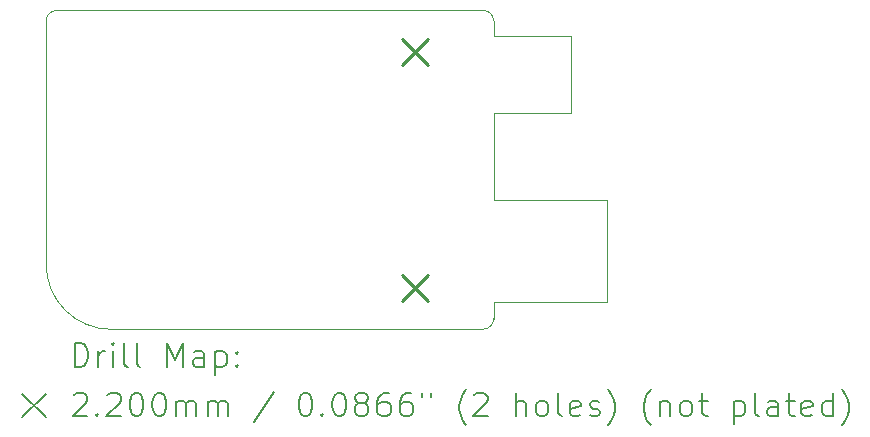
<source format=gbr>
%TF.GenerationSoftware,KiCad,Pcbnew,7.0.2*%
%TF.CreationDate,2024-01-20T07:38:44+00:00*%
%TF.ProjectId,game-boy-zero-link-board,67616d65-2d62-46f7-992d-7a65726f2d6c,rev?*%
%TF.SameCoordinates,Original*%
%TF.FileFunction,Drillmap*%
%TF.FilePolarity,Positive*%
%FSLAX45Y45*%
G04 Gerber Fmt 4.5, Leading zero omitted, Abs format (unit mm)*
G04 Created by KiCad (PCBNEW 7.0.2) date 2024-01-20 07:38:44*
%MOMM*%
%LPD*%
G01*
G04 APERTURE LIST*
%ADD10C,0.100000*%
%ADD11C,0.200000*%
%ADD12C,0.220000*%
G04 APERTURE END LIST*
D10*
X6831000Y-10388500D02*
G75*
G03*
X7381000Y-10938500I550000J0D01*
G01*
X11271000Y-9103500D02*
X11271000Y-8453500D01*
X10620500Y-8328500D02*
G75*
G03*
X10530500Y-8238500I-90000J0D01*
G01*
X11576000Y-9843500D02*
X10621000Y-9843500D01*
X11576000Y-10703500D02*
X11576000Y-9843500D01*
X10620500Y-8453500D02*
X11271000Y-8453500D01*
X7381000Y-10938500D02*
X10530500Y-10938500D01*
X10530500Y-10938500D02*
G75*
G03*
X10620500Y-10848500I0J90000D01*
G01*
X10620500Y-8328500D02*
X10620500Y-8453500D01*
X6921000Y-8238500D02*
G75*
G03*
X6831000Y-8328500I0J-90000D01*
G01*
X10621000Y-9103500D02*
X10621000Y-9843500D01*
X10620500Y-10703500D02*
X10620500Y-10848500D01*
X10620500Y-10703500D02*
X11575500Y-10703500D01*
X6831000Y-8328500D02*
X6831000Y-10388500D01*
X10621000Y-9103500D02*
X11271000Y-9103500D01*
X10530500Y-8238500D02*
X6921000Y-8238500D01*
D11*
D12*
X9845000Y-8478500D02*
X10065000Y-8698500D01*
X10065000Y-8478500D02*
X9845000Y-8698500D01*
X9845000Y-10478500D02*
X10065000Y-10698500D01*
X10065000Y-10478500D02*
X9845000Y-10698500D01*
D11*
X7073619Y-11256024D02*
X7073619Y-11056024D01*
X7073619Y-11056024D02*
X7121238Y-11056024D01*
X7121238Y-11056024D02*
X7149809Y-11065548D01*
X7149809Y-11065548D02*
X7168857Y-11084595D01*
X7168857Y-11084595D02*
X7178381Y-11103643D01*
X7178381Y-11103643D02*
X7187904Y-11141738D01*
X7187904Y-11141738D02*
X7187904Y-11170310D01*
X7187904Y-11170310D02*
X7178381Y-11208405D01*
X7178381Y-11208405D02*
X7168857Y-11227452D01*
X7168857Y-11227452D02*
X7149809Y-11246500D01*
X7149809Y-11246500D02*
X7121238Y-11256024D01*
X7121238Y-11256024D02*
X7073619Y-11256024D01*
X7273619Y-11256024D02*
X7273619Y-11122691D01*
X7273619Y-11160786D02*
X7283143Y-11141738D01*
X7283143Y-11141738D02*
X7292666Y-11132214D01*
X7292666Y-11132214D02*
X7311714Y-11122691D01*
X7311714Y-11122691D02*
X7330762Y-11122691D01*
X7397428Y-11256024D02*
X7397428Y-11122691D01*
X7397428Y-11056024D02*
X7387904Y-11065548D01*
X7387904Y-11065548D02*
X7397428Y-11075072D01*
X7397428Y-11075072D02*
X7406952Y-11065548D01*
X7406952Y-11065548D02*
X7397428Y-11056024D01*
X7397428Y-11056024D02*
X7397428Y-11075072D01*
X7521238Y-11256024D02*
X7502190Y-11246500D01*
X7502190Y-11246500D02*
X7492666Y-11227452D01*
X7492666Y-11227452D02*
X7492666Y-11056024D01*
X7626000Y-11256024D02*
X7606952Y-11246500D01*
X7606952Y-11246500D02*
X7597428Y-11227452D01*
X7597428Y-11227452D02*
X7597428Y-11056024D01*
X7854571Y-11256024D02*
X7854571Y-11056024D01*
X7854571Y-11056024D02*
X7921238Y-11198881D01*
X7921238Y-11198881D02*
X7987904Y-11056024D01*
X7987904Y-11056024D02*
X7987904Y-11256024D01*
X8168857Y-11256024D02*
X8168857Y-11151262D01*
X8168857Y-11151262D02*
X8159333Y-11132214D01*
X8159333Y-11132214D02*
X8140285Y-11122691D01*
X8140285Y-11122691D02*
X8102190Y-11122691D01*
X8102190Y-11122691D02*
X8083143Y-11132214D01*
X8168857Y-11246500D02*
X8149809Y-11256024D01*
X8149809Y-11256024D02*
X8102190Y-11256024D01*
X8102190Y-11256024D02*
X8083143Y-11246500D01*
X8083143Y-11246500D02*
X8073619Y-11227452D01*
X8073619Y-11227452D02*
X8073619Y-11208405D01*
X8073619Y-11208405D02*
X8083143Y-11189357D01*
X8083143Y-11189357D02*
X8102190Y-11179834D01*
X8102190Y-11179834D02*
X8149809Y-11179834D01*
X8149809Y-11179834D02*
X8168857Y-11170310D01*
X8264095Y-11122691D02*
X8264095Y-11322691D01*
X8264095Y-11132214D02*
X8283143Y-11122691D01*
X8283143Y-11122691D02*
X8321238Y-11122691D01*
X8321238Y-11122691D02*
X8340285Y-11132214D01*
X8340285Y-11132214D02*
X8349809Y-11141738D01*
X8349809Y-11141738D02*
X8359333Y-11160786D01*
X8359333Y-11160786D02*
X8359333Y-11217929D01*
X8359333Y-11217929D02*
X8349809Y-11236976D01*
X8349809Y-11236976D02*
X8340285Y-11246500D01*
X8340285Y-11246500D02*
X8321238Y-11256024D01*
X8321238Y-11256024D02*
X8283143Y-11256024D01*
X8283143Y-11256024D02*
X8264095Y-11246500D01*
X8445047Y-11236976D02*
X8454571Y-11246500D01*
X8454571Y-11246500D02*
X8445047Y-11256024D01*
X8445047Y-11256024D02*
X8435524Y-11246500D01*
X8435524Y-11246500D02*
X8445047Y-11236976D01*
X8445047Y-11236976D02*
X8445047Y-11256024D01*
X8445047Y-11132214D02*
X8454571Y-11141738D01*
X8454571Y-11141738D02*
X8445047Y-11151262D01*
X8445047Y-11151262D02*
X8435524Y-11141738D01*
X8435524Y-11141738D02*
X8445047Y-11132214D01*
X8445047Y-11132214D02*
X8445047Y-11151262D01*
X6626000Y-11483500D02*
X6826000Y-11683500D01*
X6826000Y-11483500D02*
X6626000Y-11683500D01*
X7064095Y-11495072D02*
X7073619Y-11485548D01*
X7073619Y-11485548D02*
X7092666Y-11476024D01*
X7092666Y-11476024D02*
X7140285Y-11476024D01*
X7140285Y-11476024D02*
X7159333Y-11485548D01*
X7159333Y-11485548D02*
X7168857Y-11495072D01*
X7168857Y-11495072D02*
X7178381Y-11514119D01*
X7178381Y-11514119D02*
X7178381Y-11533167D01*
X7178381Y-11533167D02*
X7168857Y-11561738D01*
X7168857Y-11561738D02*
X7054571Y-11676024D01*
X7054571Y-11676024D02*
X7178381Y-11676024D01*
X7264095Y-11656976D02*
X7273619Y-11666500D01*
X7273619Y-11666500D02*
X7264095Y-11676024D01*
X7264095Y-11676024D02*
X7254571Y-11666500D01*
X7254571Y-11666500D02*
X7264095Y-11656976D01*
X7264095Y-11656976D02*
X7264095Y-11676024D01*
X7349809Y-11495072D02*
X7359333Y-11485548D01*
X7359333Y-11485548D02*
X7378381Y-11476024D01*
X7378381Y-11476024D02*
X7426000Y-11476024D01*
X7426000Y-11476024D02*
X7445047Y-11485548D01*
X7445047Y-11485548D02*
X7454571Y-11495072D01*
X7454571Y-11495072D02*
X7464095Y-11514119D01*
X7464095Y-11514119D02*
X7464095Y-11533167D01*
X7464095Y-11533167D02*
X7454571Y-11561738D01*
X7454571Y-11561738D02*
X7340285Y-11676024D01*
X7340285Y-11676024D02*
X7464095Y-11676024D01*
X7587904Y-11476024D02*
X7606952Y-11476024D01*
X7606952Y-11476024D02*
X7626000Y-11485548D01*
X7626000Y-11485548D02*
X7635524Y-11495072D01*
X7635524Y-11495072D02*
X7645047Y-11514119D01*
X7645047Y-11514119D02*
X7654571Y-11552214D01*
X7654571Y-11552214D02*
X7654571Y-11599833D01*
X7654571Y-11599833D02*
X7645047Y-11637929D01*
X7645047Y-11637929D02*
X7635524Y-11656976D01*
X7635524Y-11656976D02*
X7626000Y-11666500D01*
X7626000Y-11666500D02*
X7606952Y-11676024D01*
X7606952Y-11676024D02*
X7587904Y-11676024D01*
X7587904Y-11676024D02*
X7568857Y-11666500D01*
X7568857Y-11666500D02*
X7559333Y-11656976D01*
X7559333Y-11656976D02*
X7549809Y-11637929D01*
X7549809Y-11637929D02*
X7540285Y-11599833D01*
X7540285Y-11599833D02*
X7540285Y-11552214D01*
X7540285Y-11552214D02*
X7549809Y-11514119D01*
X7549809Y-11514119D02*
X7559333Y-11495072D01*
X7559333Y-11495072D02*
X7568857Y-11485548D01*
X7568857Y-11485548D02*
X7587904Y-11476024D01*
X7778381Y-11476024D02*
X7797428Y-11476024D01*
X7797428Y-11476024D02*
X7816476Y-11485548D01*
X7816476Y-11485548D02*
X7826000Y-11495072D01*
X7826000Y-11495072D02*
X7835524Y-11514119D01*
X7835524Y-11514119D02*
X7845047Y-11552214D01*
X7845047Y-11552214D02*
X7845047Y-11599833D01*
X7845047Y-11599833D02*
X7835524Y-11637929D01*
X7835524Y-11637929D02*
X7826000Y-11656976D01*
X7826000Y-11656976D02*
X7816476Y-11666500D01*
X7816476Y-11666500D02*
X7797428Y-11676024D01*
X7797428Y-11676024D02*
X7778381Y-11676024D01*
X7778381Y-11676024D02*
X7759333Y-11666500D01*
X7759333Y-11666500D02*
X7749809Y-11656976D01*
X7749809Y-11656976D02*
X7740285Y-11637929D01*
X7740285Y-11637929D02*
X7730762Y-11599833D01*
X7730762Y-11599833D02*
X7730762Y-11552214D01*
X7730762Y-11552214D02*
X7740285Y-11514119D01*
X7740285Y-11514119D02*
X7749809Y-11495072D01*
X7749809Y-11495072D02*
X7759333Y-11485548D01*
X7759333Y-11485548D02*
X7778381Y-11476024D01*
X7930762Y-11676024D02*
X7930762Y-11542691D01*
X7930762Y-11561738D02*
X7940285Y-11552214D01*
X7940285Y-11552214D02*
X7959333Y-11542691D01*
X7959333Y-11542691D02*
X7987905Y-11542691D01*
X7987905Y-11542691D02*
X8006952Y-11552214D01*
X8006952Y-11552214D02*
X8016476Y-11571262D01*
X8016476Y-11571262D02*
X8016476Y-11676024D01*
X8016476Y-11571262D02*
X8026000Y-11552214D01*
X8026000Y-11552214D02*
X8045047Y-11542691D01*
X8045047Y-11542691D02*
X8073619Y-11542691D01*
X8073619Y-11542691D02*
X8092666Y-11552214D01*
X8092666Y-11552214D02*
X8102190Y-11571262D01*
X8102190Y-11571262D02*
X8102190Y-11676024D01*
X8197428Y-11676024D02*
X8197428Y-11542691D01*
X8197428Y-11561738D02*
X8206952Y-11552214D01*
X8206952Y-11552214D02*
X8226000Y-11542691D01*
X8226000Y-11542691D02*
X8254571Y-11542691D01*
X8254571Y-11542691D02*
X8273619Y-11552214D01*
X8273619Y-11552214D02*
X8283143Y-11571262D01*
X8283143Y-11571262D02*
X8283143Y-11676024D01*
X8283143Y-11571262D02*
X8292666Y-11552214D01*
X8292666Y-11552214D02*
X8311714Y-11542691D01*
X8311714Y-11542691D02*
X8340285Y-11542691D01*
X8340285Y-11542691D02*
X8359333Y-11552214D01*
X8359333Y-11552214D02*
X8368857Y-11571262D01*
X8368857Y-11571262D02*
X8368857Y-11676024D01*
X8759333Y-11466500D02*
X8587905Y-11723643D01*
X9016476Y-11476024D02*
X9035524Y-11476024D01*
X9035524Y-11476024D02*
X9054571Y-11485548D01*
X9054571Y-11485548D02*
X9064095Y-11495072D01*
X9064095Y-11495072D02*
X9073619Y-11514119D01*
X9073619Y-11514119D02*
X9083143Y-11552214D01*
X9083143Y-11552214D02*
X9083143Y-11599833D01*
X9083143Y-11599833D02*
X9073619Y-11637929D01*
X9073619Y-11637929D02*
X9064095Y-11656976D01*
X9064095Y-11656976D02*
X9054571Y-11666500D01*
X9054571Y-11666500D02*
X9035524Y-11676024D01*
X9035524Y-11676024D02*
X9016476Y-11676024D01*
X9016476Y-11676024D02*
X8997429Y-11666500D01*
X8997429Y-11666500D02*
X8987905Y-11656976D01*
X8987905Y-11656976D02*
X8978381Y-11637929D01*
X8978381Y-11637929D02*
X8968857Y-11599833D01*
X8968857Y-11599833D02*
X8968857Y-11552214D01*
X8968857Y-11552214D02*
X8978381Y-11514119D01*
X8978381Y-11514119D02*
X8987905Y-11495072D01*
X8987905Y-11495072D02*
X8997429Y-11485548D01*
X8997429Y-11485548D02*
X9016476Y-11476024D01*
X9168857Y-11656976D02*
X9178381Y-11666500D01*
X9178381Y-11666500D02*
X9168857Y-11676024D01*
X9168857Y-11676024D02*
X9159333Y-11666500D01*
X9159333Y-11666500D02*
X9168857Y-11656976D01*
X9168857Y-11656976D02*
X9168857Y-11676024D01*
X9302190Y-11476024D02*
X9321238Y-11476024D01*
X9321238Y-11476024D02*
X9340286Y-11485548D01*
X9340286Y-11485548D02*
X9349810Y-11495072D01*
X9349810Y-11495072D02*
X9359333Y-11514119D01*
X9359333Y-11514119D02*
X9368857Y-11552214D01*
X9368857Y-11552214D02*
X9368857Y-11599833D01*
X9368857Y-11599833D02*
X9359333Y-11637929D01*
X9359333Y-11637929D02*
X9349810Y-11656976D01*
X9349810Y-11656976D02*
X9340286Y-11666500D01*
X9340286Y-11666500D02*
X9321238Y-11676024D01*
X9321238Y-11676024D02*
X9302190Y-11676024D01*
X9302190Y-11676024D02*
X9283143Y-11666500D01*
X9283143Y-11666500D02*
X9273619Y-11656976D01*
X9273619Y-11656976D02*
X9264095Y-11637929D01*
X9264095Y-11637929D02*
X9254571Y-11599833D01*
X9254571Y-11599833D02*
X9254571Y-11552214D01*
X9254571Y-11552214D02*
X9264095Y-11514119D01*
X9264095Y-11514119D02*
X9273619Y-11495072D01*
X9273619Y-11495072D02*
X9283143Y-11485548D01*
X9283143Y-11485548D02*
X9302190Y-11476024D01*
X9483143Y-11561738D02*
X9464095Y-11552214D01*
X9464095Y-11552214D02*
X9454571Y-11542691D01*
X9454571Y-11542691D02*
X9445048Y-11523643D01*
X9445048Y-11523643D02*
X9445048Y-11514119D01*
X9445048Y-11514119D02*
X9454571Y-11495072D01*
X9454571Y-11495072D02*
X9464095Y-11485548D01*
X9464095Y-11485548D02*
X9483143Y-11476024D01*
X9483143Y-11476024D02*
X9521238Y-11476024D01*
X9521238Y-11476024D02*
X9540286Y-11485548D01*
X9540286Y-11485548D02*
X9549810Y-11495072D01*
X9549810Y-11495072D02*
X9559333Y-11514119D01*
X9559333Y-11514119D02*
X9559333Y-11523643D01*
X9559333Y-11523643D02*
X9549810Y-11542691D01*
X9549810Y-11542691D02*
X9540286Y-11552214D01*
X9540286Y-11552214D02*
X9521238Y-11561738D01*
X9521238Y-11561738D02*
X9483143Y-11561738D01*
X9483143Y-11561738D02*
X9464095Y-11571262D01*
X9464095Y-11571262D02*
X9454571Y-11580786D01*
X9454571Y-11580786D02*
X9445048Y-11599833D01*
X9445048Y-11599833D02*
X9445048Y-11637929D01*
X9445048Y-11637929D02*
X9454571Y-11656976D01*
X9454571Y-11656976D02*
X9464095Y-11666500D01*
X9464095Y-11666500D02*
X9483143Y-11676024D01*
X9483143Y-11676024D02*
X9521238Y-11676024D01*
X9521238Y-11676024D02*
X9540286Y-11666500D01*
X9540286Y-11666500D02*
X9549810Y-11656976D01*
X9549810Y-11656976D02*
X9559333Y-11637929D01*
X9559333Y-11637929D02*
X9559333Y-11599833D01*
X9559333Y-11599833D02*
X9549810Y-11580786D01*
X9549810Y-11580786D02*
X9540286Y-11571262D01*
X9540286Y-11571262D02*
X9521238Y-11561738D01*
X9730762Y-11476024D02*
X9692667Y-11476024D01*
X9692667Y-11476024D02*
X9673619Y-11485548D01*
X9673619Y-11485548D02*
X9664095Y-11495072D01*
X9664095Y-11495072D02*
X9645048Y-11523643D01*
X9645048Y-11523643D02*
X9635524Y-11561738D01*
X9635524Y-11561738D02*
X9635524Y-11637929D01*
X9635524Y-11637929D02*
X9645048Y-11656976D01*
X9645048Y-11656976D02*
X9654571Y-11666500D01*
X9654571Y-11666500D02*
X9673619Y-11676024D01*
X9673619Y-11676024D02*
X9711714Y-11676024D01*
X9711714Y-11676024D02*
X9730762Y-11666500D01*
X9730762Y-11666500D02*
X9740286Y-11656976D01*
X9740286Y-11656976D02*
X9749810Y-11637929D01*
X9749810Y-11637929D02*
X9749810Y-11590310D01*
X9749810Y-11590310D02*
X9740286Y-11571262D01*
X9740286Y-11571262D02*
X9730762Y-11561738D01*
X9730762Y-11561738D02*
X9711714Y-11552214D01*
X9711714Y-11552214D02*
X9673619Y-11552214D01*
X9673619Y-11552214D02*
X9654571Y-11561738D01*
X9654571Y-11561738D02*
X9645048Y-11571262D01*
X9645048Y-11571262D02*
X9635524Y-11590310D01*
X9921238Y-11476024D02*
X9883143Y-11476024D01*
X9883143Y-11476024D02*
X9864095Y-11485548D01*
X9864095Y-11485548D02*
X9854571Y-11495072D01*
X9854571Y-11495072D02*
X9835524Y-11523643D01*
X9835524Y-11523643D02*
X9826000Y-11561738D01*
X9826000Y-11561738D02*
X9826000Y-11637929D01*
X9826000Y-11637929D02*
X9835524Y-11656976D01*
X9835524Y-11656976D02*
X9845048Y-11666500D01*
X9845048Y-11666500D02*
X9864095Y-11676024D01*
X9864095Y-11676024D02*
X9902191Y-11676024D01*
X9902191Y-11676024D02*
X9921238Y-11666500D01*
X9921238Y-11666500D02*
X9930762Y-11656976D01*
X9930762Y-11656976D02*
X9940286Y-11637929D01*
X9940286Y-11637929D02*
X9940286Y-11590310D01*
X9940286Y-11590310D02*
X9930762Y-11571262D01*
X9930762Y-11571262D02*
X9921238Y-11561738D01*
X9921238Y-11561738D02*
X9902191Y-11552214D01*
X9902191Y-11552214D02*
X9864095Y-11552214D01*
X9864095Y-11552214D02*
X9845048Y-11561738D01*
X9845048Y-11561738D02*
X9835524Y-11571262D01*
X9835524Y-11571262D02*
X9826000Y-11590310D01*
X10016476Y-11476024D02*
X10016476Y-11514119D01*
X10092667Y-11476024D02*
X10092667Y-11514119D01*
X10387905Y-11752214D02*
X10378381Y-11742691D01*
X10378381Y-11742691D02*
X10359333Y-11714119D01*
X10359333Y-11714119D02*
X10349810Y-11695072D01*
X10349810Y-11695072D02*
X10340286Y-11666500D01*
X10340286Y-11666500D02*
X10330762Y-11618881D01*
X10330762Y-11618881D02*
X10330762Y-11580786D01*
X10330762Y-11580786D02*
X10340286Y-11533167D01*
X10340286Y-11533167D02*
X10349810Y-11504595D01*
X10349810Y-11504595D02*
X10359333Y-11485548D01*
X10359333Y-11485548D02*
X10378381Y-11456976D01*
X10378381Y-11456976D02*
X10387905Y-11447452D01*
X10454572Y-11495072D02*
X10464095Y-11485548D01*
X10464095Y-11485548D02*
X10483143Y-11476024D01*
X10483143Y-11476024D02*
X10530762Y-11476024D01*
X10530762Y-11476024D02*
X10549810Y-11485548D01*
X10549810Y-11485548D02*
X10559333Y-11495072D01*
X10559333Y-11495072D02*
X10568857Y-11514119D01*
X10568857Y-11514119D02*
X10568857Y-11533167D01*
X10568857Y-11533167D02*
X10559333Y-11561738D01*
X10559333Y-11561738D02*
X10445048Y-11676024D01*
X10445048Y-11676024D02*
X10568857Y-11676024D01*
X10806953Y-11676024D02*
X10806953Y-11476024D01*
X10892667Y-11676024D02*
X10892667Y-11571262D01*
X10892667Y-11571262D02*
X10883143Y-11552214D01*
X10883143Y-11552214D02*
X10864095Y-11542691D01*
X10864095Y-11542691D02*
X10835524Y-11542691D01*
X10835524Y-11542691D02*
X10816476Y-11552214D01*
X10816476Y-11552214D02*
X10806953Y-11561738D01*
X11016476Y-11676024D02*
X10997429Y-11666500D01*
X10997429Y-11666500D02*
X10987905Y-11656976D01*
X10987905Y-11656976D02*
X10978381Y-11637929D01*
X10978381Y-11637929D02*
X10978381Y-11580786D01*
X10978381Y-11580786D02*
X10987905Y-11561738D01*
X10987905Y-11561738D02*
X10997429Y-11552214D01*
X10997429Y-11552214D02*
X11016476Y-11542691D01*
X11016476Y-11542691D02*
X11045048Y-11542691D01*
X11045048Y-11542691D02*
X11064095Y-11552214D01*
X11064095Y-11552214D02*
X11073619Y-11561738D01*
X11073619Y-11561738D02*
X11083143Y-11580786D01*
X11083143Y-11580786D02*
X11083143Y-11637929D01*
X11083143Y-11637929D02*
X11073619Y-11656976D01*
X11073619Y-11656976D02*
X11064095Y-11666500D01*
X11064095Y-11666500D02*
X11045048Y-11676024D01*
X11045048Y-11676024D02*
X11016476Y-11676024D01*
X11197429Y-11676024D02*
X11178381Y-11666500D01*
X11178381Y-11666500D02*
X11168857Y-11647452D01*
X11168857Y-11647452D02*
X11168857Y-11476024D01*
X11349810Y-11666500D02*
X11330762Y-11676024D01*
X11330762Y-11676024D02*
X11292667Y-11676024D01*
X11292667Y-11676024D02*
X11273619Y-11666500D01*
X11273619Y-11666500D02*
X11264095Y-11647452D01*
X11264095Y-11647452D02*
X11264095Y-11571262D01*
X11264095Y-11571262D02*
X11273619Y-11552214D01*
X11273619Y-11552214D02*
X11292667Y-11542691D01*
X11292667Y-11542691D02*
X11330762Y-11542691D01*
X11330762Y-11542691D02*
X11349810Y-11552214D01*
X11349810Y-11552214D02*
X11359333Y-11571262D01*
X11359333Y-11571262D02*
X11359333Y-11590310D01*
X11359333Y-11590310D02*
X11264095Y-11609357D01*
X11435524Y-11666500D02*
X11454572Y-11676024D01*
X11454572Y-11676024D02*
X11492667Y-11676024D01*
X11492667Y-11676024D02*
X11511714Y-11666500D01*
X11511714Y-11666500D02*
X11521238Y-11647452D01*
X11521238Y-11647452D02*
X11521238Y-11637929D01*
X11521238Y-11637929D02*
X11511714Y-11618881D01*
X11511714Y-11618881D02*
X11492667Y-11609357D01*
X11492667Y-11609357D02*
X11464095Y-11609357D01*
X11464095Y-11609357D02*
X11445048Y-11599833D01*
X11445048Y-11599833D02*
X11435524Y-11580786D01*
X11435524Y-11580786D02*
X11435524Y-11571262D01*
X11435524Y-11571262D02*
X11445048Y-11552214D01*
X11445048Y-11552214D02*
X11464095Y-11542691D01*
X11464095Y-11542691D02*
X11492667Y-11542691D01*
X11492667Y-11542691D02*
X11511714Y-11552214D01*
X11587905Y-11752214D02*
X11597429Y-11742691D01*
X11597429Y-11742691D02*
X11616476Y-11714119D01*
X11616476Y-11714119D02*
X11626000Y-11695072D01*
X11626000Y-11695072D02*
X11635524Y-11666500D01*
X11635524Y-11666500D02*
X11645048Y-11618881D01*
X11645048Y-11618881D02*
X11645048Y-11580786D01*
X11645048Y-11580786D02*
X11635524Y-11533167D01*
X11635524Y-11533167D02*
X11626000Y-11504595D01*
X11626000Y-11504595D02*
X11616476Y-11485548D01*
X11616476Y-11485548D02*
X11597429Y-11456976D01*
X11597429Y-11456976D02*
X11587905Y-11447452D01*
X11949810Y-11752214D02*
X11940286Y-11742691D01*
X11940286Y-11742691D02*
X11921238Y-11714119D01*
X11921238Y-11714119D02*
X11911714Y-11695072D01*
X11911714Y-11695072D02*
X11902191Y-11666500D01*
X11902191Y-11666500D02*
X11892667Y-11618881D01*
X11892667Y-11618881D02*
X11892667Y-11580786D01*
X11892667Y-11580786D02*
X11902191Y-11533167D01*
X11902191Y-11533167D02*
X11911714Y-11504595D01*
X11911714Y-11504595D02*
X11921238Y-11485548D01*
X11921238Y-11485548D02*
X11940286Y-11456976D01*
X11940286Y-11456976D02*
X11949810Y-11447452D01*
X12026000Y-11542691D02*
X12026000Y-11676024D01*
X12026000Y-11561738D02*
X12035524Y-11552214D01*
X12035524Y-11552214D02*
X12054572Y-11542691D01*
X12054572Y-11542691D02*
X12083143Y-11542691D01*
X12083143Y-11542691D02*
X12102191Y-11552214D01*
X12102191Y-11552214D02*
X12111714Y-11571262D01*
X12111714Y-11571262D02*
X12111714Y-11676024D01*
X12235524Y-11676024D02*
X12216476Y-11666500D01*
X12216476Y-11666500D02*
X12206953Y-11656976D01*
X12206953Y-11656976D02*
X12197429Y-11637929D01*
X12197429Y-11637929D02*
X12197429Y-11580786D01*
X12197429Y-11580786D02*
X12206953Y-11561738D01*
X12206953Y-11561738D02*
X12216476Y-11552214D01*
X12216476Y-11552214D02*
X12235524Y-11542691D01*
X12235524Y-11542691D02*
X12264095Y-11542691D01*
X12264095Y-11542691D02*
X12283143Y-11552214D01*
X12283143Y-11552214D02*
X12292667Y-11561738D01*
X12292667Y-11561738D02*
X12302191Y-11580786D01*
X12302191Y-11580786D02*
X12302191Y-11637929D01*
X12302191Y-11637929D02*
X12292667Y-11656976D01*
X12292667Y-11656976D02*
X12283143Y-11666500D01*
X12283143Y-11666500D02*
X12264095Y-11676024D01*
X12264095Y-11676024D02*
X12235524Y-11676024D01*
X12359334Y-11542691D02*
X12435524Y-11542691D01*
X12387905Y-11476024D02*
X12387905Y-11647452D01*
X12387905Y-11647452D02*
X12397429Y-11666500D01*
X12397429Y-11666500D02*
X12416476Y-11676024D01*
X12416476Y-11676024D02*
X12435524Y-11676024D01*
X12654572Y-11542691D02*
X12654572Y-11742691D01*
X12654572Y-11552214D02*
X12673619Y-11542691D01*
X12673619Y-11542691D02*
X12711715Y-11542691D01*
X12711715Y-11542691D02*
X12730762Y-11552214D01*
X12730762Y-11552214D02*
X12740286Y-11561738D01*
X12740286Y-11561738D02*
X12749810Y-11580786D01*
X12749810Y-11580786D02*
X12749810Y-11637929D01*
X12749810Y-11637929D02*
X12740286Y-11656976D01*
X12740286Y-11656976D02*
X12730762Y-11666500D01*
X12730762Y-11666500D02*
X12711715Y-11676024D01*
X12711715Y-11676024D02*
X12673619Y-11676024D01*
X12673619Y-11676024D02*
X12654572Y-11666500D01*
X12864095Y-11676024D02*
X12845048Y-11666500D01*
X12845048Y-11666500D02*
X12835524Y-11647452D01*
X12835524Y-11647452D02*
X12835524Y-11476024D01*
X13026000Y-11676024D02*
X13026000Y-11571262D01*
X13026000Y-11571262D02*
X13016476Y-11552214D01*
X13016476Y-11552214D02*
X12997429Y-11542691D01*
X12997429Y-11542691D02*
X12959334Y-11542691D01*
X12959334Y-11542691D02*
X12940286Y-11552214D01*
X13026000Y-11666500D02*
X13006953Y-11676024D01*
X13006953Y-11676024D02*
X12959334Y-11676024D01*
X12959334Y-11676024D02*
X12940286Y-11666500D01*
X12940286Y-11666500D02*
X12930762Y-11647452D01*
X12930762Y-11647452D02*
X12930762Y-11628405D01*
X12930762Y-11628405D02*
X12940286Y-11609357D01*
X12940286Y-11609357D02*
X12959334Y-11599833D01*
X12959334Y-11599833D02*
X13006953Y-11599833D01*
X13006953Y-11599833D02*
X13026000Y-11590310D01*
X13092667Y-11542691D02*
X13168857Y-11542691D01*
X13121238Y-11476024D02*
X13121238Y-11647452D01*
X13121238Y-11647452D02*
X13130762Y-11666500D01*
X13130762Y-11666500D02*
X13149810Y-11676024D01*
X13149810Y-11676024D02*
X13168857Y-11676024D01*
X13311715Y-11666500D02*
X13292667Y-11676024D01*
X13292667Y-11676024D02*
X13254572Y-11676024D01*
X13254572Y-11676024D02*
X13235524Y-11666500D01*
X13235524Y-11666500D02*
X13226000Y-11647452D01*
X13226000Y-11647452D02*
X13226000Y-11571262D01*
X13226000Y-11571262D02*
X13235524Y-11552214D01*
X13235524Y-11552214D02*
X13254572Y-11542691D01*
X13254572Y-11542691D02*
X13292667Y-11542691D01*
X13292667Y-11542691D02*
X13311715Y-11552214D01*
X13311715Y-11552214D02*
X13321238Y-11571262D01*
X13321238Y-11571262D02*
X13321238Y-11590310D01*
X13321238Y-11590310D02*
X13226000Y-11609357D01*
X13492667Y-11676024D02*
X13492667Y-11476024D01*
X13492667Y-11666500D02*
X13473619Y-11676024D01*
X13473619Y-11676024D02*
X13435524Y-11676024D01*
X13435524Y-11676024D02*
X13416476Y-11666500D01*
X13416476Y-11666500D02*
X13406953Y-11656976D01*
X13406953Y-11656976D02*
X13397429Y-11637929D01*
X13397429Y-11637929D02*
X13397429Y-11580786D01*
X13397429Y-11580786D02*
X13406953Y-11561738D01*
X13406953Y-11561738D02*
X13416476Y-11552214D01*
X13416476Y-11552214D02*
X13435524Y-11542691D01*
X13435524Y-11542691D02*
X13473619Y-11542691D01*
X13473619Y-11542691D02*
X13492667Y-11552214D01*
X13568857Y-11752214D02*
X13578381Y-11742691D01*
X13578381Y-11742691D02*
X13597429Y-11714119D01*
X13597429Y-11714119D02*
X13606953Y-11695072D01*
X13606953Y-11695072D02*
X13616476Y-11666500D01*
X13616476Y-11666500D02*
X13626000Y-11618881D01*
X13626000Y-11618881D02*
X13626000Y-11580786D01*
X13626000Y-11580786D02*
X13616476Y-11533167D01*
X13616476Y-11533167D02*
X13606953Y-11504595D01*
X13606953Y-11504595D02*
X13597429Y-11485548D01*
X13597429Y-11485548D02*
X13578381Y-11456976D01*
X13578381Y-11456976D02*
X13568857Y-11447452D01*
M02*

</source>
